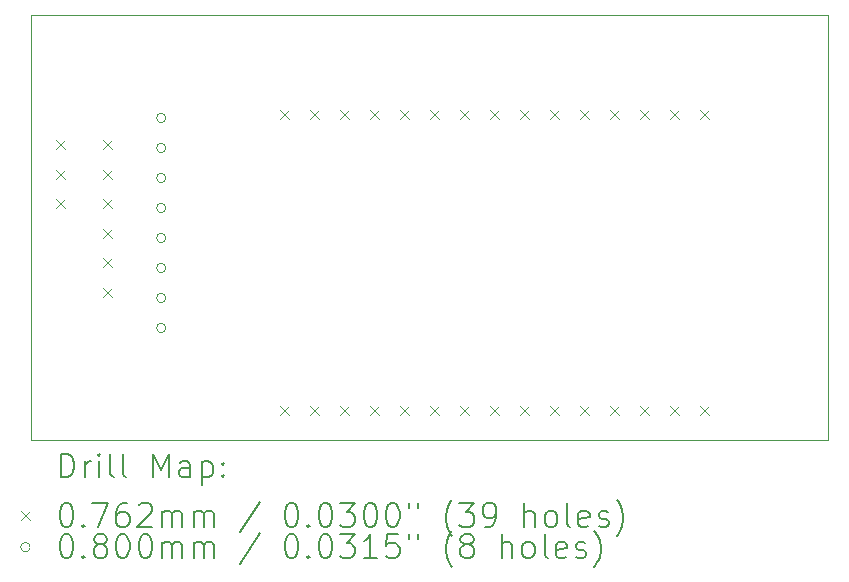
<source format=gbr>
%TF.GenerationSoftware,KiCad,Pcbnew,7.0.8*%
%TF.CreationDate,2023-11-10T17:38:27-07:00*%
%TF.ProjectId,longmon-hatt,6c6f6e67-6d6f-46e2-9d68-6174742e6b69,rev?*%
%TF.SameCoordinates,Original*%
%TF.FileFunction,Drillmap*%
%TF.FilePolarity,Positive*%
%FSLAX45Y45*%
G04 Gerber Fmt 4.5, Leading zero omitted, Abs format (unit mm)*
G04 Created by KiCad (PCBNEW 7.0.8) date 2023-11-10 17:38:27*
%MOMM*%
%LPD*%
G01*
G04 APERTURE LIST*
%ADD10C,0.100000*%
%ADD11C,0.200000*%
%ADD12C,0.076200*%
%ADD13C,0.080000*%
G04 APERTURE END LIST*
D10*
X12850000Y-7900000D02*
X19600000Y-7900000D01*
X19600000Y-11500000D01*
X12850000Y-11500000D01*
X12850000Y-7900000D01*
D11*
D12*
X13061900Y-8961900D02*
X13138100Y-9038100D01*
X13138100Y-8961900D02*
X13061900Y-9038100D01*
X13061900Y-9211900D02*
X13138100Y-9288100D01*
X13138100Y-9211900D02*
X13061900Y-9288100D01*
X13061900Y-9461900D02*
X13138100Y-9538100D01*
X13138100Y-9461900D02*
X13061900Y-9538100D01*
X13461900Y-8961900D02*
X13538100Y-9038100D01*
X13538100Y-8961900D02*
X13461900Y-9038100D01*
X13461900Y-9211900D02*
X13538100Y-9288100D01*
X13538100Y-9211900D02*
X13461900Y-9288100D01*
X13461900Y-9461900D02*
X13538100Y-9538100D01*
X13538100Y-9461900D02*
X13461900Y-9538100D01*
X13461900Y-9711900D02*
X13538100Y-9788100D01*
X13538100Y-9711900D02*
X13461900Y-9788100D01*
X13461900Y-9961900D02*
X13538100Y-10038100D01*
X13538100Y-9961900D02*
X13461900Y-10038100D01*
X13461900Y-10211900D02*
X13538100Y-10288100D01*
X13538100Y-10211900D02*
X13461900Y-10288100D01*
X14961900Y-8711900D02*
X15038100Y-8788100D01*
X15038100Y-8711900D02*
X14961900Y-8788100D01*
X14961900Y-11211900D02*
X15038100Y-11288100D01*
X15038100Y-11211900D02*
X14961900Y-11288100D01*
X15215900Y-8711900D02*
X15292100Y-8788100D01*
X15292100Y-8711900D02*
X15215900Y-8788100D01*
X15215900Y-11211900D02*
X15292100Y-11288100D01*
X15292100Y-11211900D02*
X15215900Y-11288100D01*
X15469900Y-8711900D02*
X15546100Y-8788100D01*
X15546100Y-8711900D02*
X15469900Y-8788100D01*
X15469900Y-11211900D02*
X15546100Y-11288100D01*
X15546100Y-11211900D02*
X15469900Y-11288100D01*
X15723900Y-8711900D02*
X15800100Y-8788100D01*
X15800100Y-8711900D02*
X15723900Y-8788100D01*
X15723900Y-11211900D02*
X15800100Y-11288100D01*
X15800100Y-11211900D02*
X15723900Y-11288100D01*
X15977900Y-8711900D02*
X16054100Y-8788100D01*
X16054100Y-8711900D02*
X15977900Y-8788100D01*
X15977900Y-11211900D02*
X16054100Y-11288100D01*
X16054100Y-11211900D02*
X15977900Y-11288100D01*
X16231900Y-8711900D02*
X16308100Y-8788100D01*
X16308100Y-8711900D02*
X16231900Y-8788100D01*
X16231900Y-11211900D02*
X16308100Y-11288100D01*
X16308100Y-11211900D02*
X16231900Y-11288100D01*
X16485900Y-8711900D02*
X16562100Y-8788100D01*
X16562100Y-8711900D02*
X16485900Y-8788100D01*
X16485900Y-11211900D02*
X16562100Y-11288100D01*
X16562100Y-11211900D02*
X16485900Y-11288100D01*
X16739900Y-8711900D02*
X16816100Y-8788100D01*
X16816100Y-8711900D02*
X16739900Y-8788100D01*
X16739900Y-11211900D02*
X16816100Y-11288100D01*
X16816100Y-11211900D02*
X16739900Y-11288100D01*
X16993900Y-8711900D02*
X17070100Y-8788100D01*
X17070100Y-8711900D02*
X16993900Y-8788100D01*
X16993900Y-11211900D02*
X17070100Y-11288100D01*
X17070100Y-11211900D02*
X16993900Y-11288100D01*
X17247900Y-8711900D02*
X17324100Y-8788100D01*
X17324100Y-8711900D02*
X17247900Y-8788100D01*
X17247900Y-11211900D02*
X17324100Y-11288100D01*
X17324100Y-11211900D02*
X17247900Y-11288100D01*
X17501900Y-8711900D02*
X17578100Y-8788100D01*
X17578100Y-8711900D02*
X17501900Y-8788100D01*
X17501900Y-11211900D02*
X17578100Y-11288100D01*
X17578100Y-11211900D02*
X17501900Y-11288100D01*
X17755900Y-8711900D02*
X17832100Y-8788100D01*
X17832100Y-8711900D02*
X17755900Y-8788100D01*
X17755900Y-11211900D02*
X17832100Y-11288100D01*
X17832100Y-11211900D02*
X17755900Y-11288100D01*
X18009900Y-8711900D02*
X18086100Y-8788100D01*
X18086100Y-8711900D02*
X18009900Y-8788100D01*
X18009900Y-11211900D02*
X18086100Y-11288100D01*
X18086100Y-11211900D02*
X18009900Y-11288100D01*
X18263900Y-8711900D02*
X18340100Y-8788100D01*
X18340100Y-8711900D02*
X18263900Y-8788100D01*
X18263900Y-11211900D02*
X18340100Y-11288100D01*
X18340100Y-11211900D02*
X18263900Y-11288100D01*
X18517900Y-8711900D02*
X18594100Y-8788100D01*
X18594100Y-8711900D02*
X18517900Y-8788100D01*
X18517900Y-11211900D02*
X18594100Y-11288100D01*
X18594100Y-11211900D02*
X18517900Y-11288100D01*
D13*
X13995000Y-8775000D02*
G75*
G03*
X13995000Y-8775000I-40000J0D01*
G01*
X13995000Y-9029000D02*
G75*
G03*
X13995000Y-9029000I-40000J0D01*
G01*
X13995000Y-9283000D02*
G75*
G03*
X13995000Y-9283000I-40000J0D01*
G01*
X13995000Y-9537000D02*
G75*
G03*
X13995000Y-9537000I-40000J0D01*
G01*
X13995000Y-9791000D02*
G75*
G03*
X13995000Y-9791000I-40000J0D01*
G01*
X13995000Y-10045000D02*
G75*
G03*
X13995000Y-10045000I-40000J0D01*
G01*
X13995000Y-10299000D02*
G75*
G03*
X13995000Y-10299000I-40000J0D01*
G01*
X13995000Y-10553000D02*
G75*
G03*
X13995000Y-10553000I-40000J0D01*
G01*
D11*
X13105777Y-11816484D02*
X13105777Y-11616484D01*
X13105777Y-11616484D02*
X13153396Y-11616484D01*
X13153396Y-11616484D02*
X13181967Y-11626008D01*
X13181967Y-11626008D02*
X13201015Y-11645055D01*
X13201015Y-11645055D02*
X13210539Y-11664103D01*
X13210539Y-11664103D02*
X13220062Y-11702198D01*
X13220062Y-11702198D02*
X13220062Y-11730769D01*
X13220062Y-11730769D02*
X13210539Y-11768865D01*
X13210539Y-11768865D02*
X13201015Y-11787912D01*
X13201015Y-11787912D02*
X13181967Y-11806960D01*
X13181967Y-11806960D02*
X13153396Y-11816484D01*
X13153396Y-11816484D02*
X13105777Y-11816484D01*
X13305777Y-11816484D02*
X13305777Y-11683150D01*
X13305777Y-11721246D02*
X13315301Y-11702198D01*
X13315301Y-11702198D02*
X13324824Y-11692674D01*
X13324824Y-11692674D02*
X13343872Y-11683150D01*
X13343872Y-11683150D02*
X13362920Y-11683150D01*
X13429586Y-11816484D02*
X13429586Y-11683150D01*
X13429586Y-11616484D02*
X13420062Y-11626008D01*
X13420062Y-11626008D02*
X13429586Y-11635531D01*
X13429586Y-11635531D02*
X13439110Y-11626008D01*
X13439110Y-11626008D02*
X13429586Y-11616484D01*
X13429586Y-11616484D02*
X13429586Y-11635531D01*
X13553396Y-11816484D02*
X13534348Y-11806960D01*
X13534348Y-11806960D02*
X13524824Y-11787912D01*
X13524824Y-11787912D02*
X13524824Y-11616484D01*
X13658158Y-11816484D02*
X13639110Y-11806960D01*
X13639110Y-11806960D02*
X13629586Y-11787912D01*
X13629586Y-11787912D02*
X13629586Y-11616484D01*
X13886729Y-11816484D02*
X13886729Y-11616484D01*
X13886729Y-11616484D02*
X13953396Y-11759341D01*
X13953396Y-11759341D02*
X14020062Y-11616484D01*
X14020062Y-11616484D02*
X14020062Y-11816484D01*
X14201015Y-11816484D02*
X14201015Y-11711722D01*
X14201015Y-11711722D02*
X14191491Y-11692674D01*
X14191491Y-11692674D02*
X14172443Y-11683150D01*
X14172443Y-11683150D02*
X14134348Y-11683150D01*
X14134348Y-11683150D02*
X14115301Y-11692674D01*
X14201015Y-11806960D02*
X14181967Y-11816484D01*
X14181967Y-11816484D02*
X14134348Y-11816484D01*
X14134348Y-11816484D02*
X14115301Y-11806960D01*
X14115301Y-11806960D02*
X14105777Y-11787912D01*
X14105777Y-11787912D02*
X14105777Y-11768865D01*
X14105777Y-11768865D02*
X14115301Y-11749817D01*
X14115301Y-11749817D02*
X14134348Y-11740293D01*
X14134348Y-11740293D02*
X14181967Y-11740293D01*
X14181967Y-11740293D02*
X14201015Y-11730769D01*
X14296253Y-11683150D02*
X14296253Y-11883150D01*
X14296253Y-11692674D02*
X14315301Y-11683150D01*
X14315301Y-11683150D02*
X14353396Y-11683150D01*
X14353396Y-11683150D02*
X14372443Y-11692674D01*
X14372443Y-11692674D02*
X14381967Y-11702198D01*
X14381967Y-11702198D02*
X14391491Y-11721246D01*
X14391491Y-11721246D02*
X14391491Y-11778388D01*
X14391491Y-11778388D02*
X14381967Y-11797436D01*
X14381967Y-11797436D02*
X14372443Y-11806960D01*
X14372443Y-11806960D02*
X14353396Y-11816484D01*
X14353396Y-11816484D02*
X14315301Y-11816484D01*
X14315301Y-11816484D02*
X14296253Y-11806960D01*
X14477205Y-11797436D02*
X14486729Y-11806960D01*
X14486729Y-11806960D02*
X14477205Y-11816484D01*
X14477205Y-11816484D02*
X14467682Y-11806960D01*
X14467682Y-11806960D02*
X14477205Y-11797436D01*
X14477205Y-11797436D02*
X14477205Y-11816484D01*
X14477205Y-11692674D02*
X14486729Y-11702198D01*
X14486729Y-11702198D02*
X14477205Y-11711722D01*
X14477205Y-11711722D02*
X14467682Y-11702198D01*
X14467682Y-11702198D02*
X14477205Y-11692674D01*
X14477205Y-11692674D02*
X14477205Y-11711722D01*
D12*
X12768800Y-12106900D02*
X12845000Y-12183100D01*
X12845000Y-12106900D02*
X12768800Y-12183100D01*
D11*
X13143872Y-12036484D02*
X13162920Y-12036484D01*
X13162920Y-12036484D02*
X13181967Y-12046008D01*
X13181967Y-12046008D02*
X13191491Y-12055531D01*
X13191491Y-12055531D02*
X13201015Y-12074579D01*
X13201015Y-12074579D02*
X13210539Y-12112674D01*
X13210539Y-12112674D02*
X13210539Y-12160293D01*
X13210539Y-12160293D02*
X13201015Y-12198388D01*
X13201015Y-12198388D02*
X13191491Y-12217436D01*
X13191491Y-12217436D02*
X13181967Y-12226960D01*
X13181967Y-12226960D02*
X13162920Y-12236484D01*
X13162920Y-12236484D02*
X13143872Y-12236484D01*
X13143872Y-12236484D02*
X13124824Y-12226960D01*
X13124824Y-12226960D02*
X13115301Y-12217436D01*
X13115301Y-12217436D02*
X13105777Y-12198388D01*
X13105777Y-12198388D02*
X13096253Y-12160293D01*
X13096253Y-12160293D02*
X13096253Y-12112674D01*
X13096253Y-12112674D02*
X13105777Y-12074579D01*
X13105777Y-12074579D02*
X13115301Y-12055531D01*
X13115301Y-12055531D02*
X13124824Y-12046008D01*
X13124824Y-12046008D02*
X13143872Y-12036484D01*
X13296253Y-12217436D02*
X13305777Y-12226960D01*
X13305777Y-12226960D02*
X13296253Y-12236484D01*
X13296253Y-12236484D02*
X13286729Y-12226960D01*
X13286729Y-12226960D02*
X13296253Y-12217436D01*
X13296253Y-12217436D02*
X13296253Y-12236484D01*
X13372443Y-12036484D02*
X13505777Y-12036484D01*
X13505777Y-12036484D02*
X13420062Y-12236484D01*
X13667682Y-12036484D02*
X13629586Y-12036484D01*
X13629586Y-12036484D02*
X13610539Y-12046008D01*
X13610539Y-12046008D02*
X13601015Y-12055531D01*
X13601015Y-12055531D02*
X13581967Y-12084103D01*
X13581967Y-12084103D02*
X13572443Y-12122198D01*
X13572443Y-12122198D02*
X13572443Y-12198388D01*
X13572443Y-12198388D02*
X13581967Y-12217436D01*
X13581967Y-12217436D02*
X13591491Y-12226960D01*
X13591491Y-12226960D02*
X13610539Y-12236484D01*
X13610539Y-12236484D02*
X13648634Y-12236484D01*
X13648634Y-12236484D02*
X13667682Y-12226960D01*
X13667682Y-12226960D02*
X13677205Y-12217436D01*
X13677205Y-12217436D02*
X13686729Y-12198388D01*
X13686729Y-12198388D02*
X13686729Y-12150769D01*
X13686729Y-12150769D02*
X13677205Y-12131722D01*
X13677205Y-12131722D02*
X13667682Y-12122198D01*
X13667682Y-12122198D02*
X13648634Y-12112674D01*
X13648634Y-12112674D02*
X13610539Y-12112674D01*
X13610539Y-12112674D02*
X13591491Y-12122198D01*
X13591491Y-12122198D02*
X13581967Y-12131722D01*
X13581967Y-12131722D02*
X13572443Y-12150769D01*
X13762920Y-12055531D02*
X13772443Y-12046008D01*
X13772443Y-12046008D02*
X13791491Y-12036484D01*
X13791491Y-12036484D02*
X13839110Y-12036484D01*
X13839110Y-12036484D02*
X13858158Y-12046008D01*
X13858158Y-12046008D02*
X13867682Y-12055531D01*
X13867682Y-12055531D02*
X13877205Y-12074579D01*
X13877205Y-12074579D02*
X13877205Y-12093627D01*
X13877205Y-12093627D02*
X13867682Y-12122198D01*
X13867682Y-12122198D02*
X13753396Y-12236484D01*
X13753396Y-12236484D02*
X13877205Y-12236484D01*
X13962920Y-12236484D02*
X13962920Y-12103150D01*
X13962920Y-12122198D02*
X13972443Y-12112674D01*
X13972443Y-12112674D02*
X13991491Y-12103150D01*
X13991491Y-12103150D02*
X14020063Y-12103150D01*
X14020063Y-12103150D02*
X14039110Y-12112674D01*
X14039110Y-12112674D02*
X14048634Y-12131722D01*
X14048634Y-12131722D02*
X14048634Y-12236484D01*
X14048634Y-12131722D02*
X14058158Y-12112674D01*
X14058158Y-12112674D02*
X14077205Y-12103150D01*
X14077205Y-12103150D02*
X14105777Y-12103150D01*
X14105777Y-12103150D02*
X14124824Y-12112674D01*
X14124824Y-12112674D02*
X14134348Y-12131722D01*
X14134348Y-12131722D02*
X14134348Y-12236484D01*
X14229586Y-12236484D02*
X14229586Y-12103150D01*
X14229586Y-12122198D02*
X14239110Y-12112674D01*
X14239110Y-12112674D02*
X14258158Y-12103150D01*
X14258158Y-12103150D02*
X14286729Y-12103150D01*
X14286729Y-12103150D02*
X14305777Y-12112674D01*
X14305777Y-12112674D02*
X14315301Y-12131722D01*
X14315301Y-12131722D02*
X14315301Y-12236484D01*
X14315301Y-12131722D02*
X14324824Y-12112674D01*
X14324824Y-12112674D02*
X14343872Y-12103150D01*
X14343872Y-12103150D02*
X14372443Y-12103150D01*
X14372443Y-12103150D02*
X14391491Y-12112674D01*
X14391491Y-12112674D02*
X14401015Y-12131722D01*
X14401015Y-12131722D02*
X14401015Y-12236484D01*
X14791491Y-12026960D02*
X14620063Y-12284103D01*
X15048634Y-12036484D02*
X15067682Y-12036484D01*
X15067682Y-12036484D02*
X15086729Y-12046008D01*
X15086729Y-12046008D02*
X15096253Y-12055531D01*
X15096253Y-12055531D02*
X15105777Y-12074579D01*
X15105777Y-12074579D02*
X15115301Y-12112674D01*
X15115301Y-12112674D02*
X15115301Y-12160293D01*
X15115301Y-12160293D02*
X15105777Y-12198388D01*
X15105777Y-12198388D02*
X15096253Y-12217436D01*
X15096253Y-12217436D02*
X15086729Y-12226960D01*
X15086729Y-12226960D02*
X15067682Y-12236484D01*
X15067682Y-12236484D02*
X15048634Y-12236484D01*
X15048634Y-12236484D02*
X15029586Y-12226960D01*
X15029586Y-12226960D02*
X15020063Y-12217436D01*
X15020063Y-12217436D02*
X15010539Y-12198388D01*
X15010539Y-12198388D02*
X15001015Y-12160293D01*
X15001015Y-12160293D02*
X15001015Y-12112674D01*
X15001015Y-12112674D02*
X15010539Y-12074579D01*
X15010539Y-12074579D02*
X15020063Y-12055531D01*
X15020063Y-12055531D02*
X15029586Y-12046008D01*
X15029586Y-12046008D02*
X15048634Y-12036484D01*
X15201015Y-12217436D02*
X15210539Y-12226960D01*
X15210539Y-12226960D02*
X15201015Y-12236484D01*
X15201015Y-12236484D02*
X15191491Y-12226960D01*
X15191491Y-12226960D02*
X15201015Y-12217436D01*
X15201015Y-12217436D02*
X15201015Y-12236484D01*
X15334348Y-12036484D02*
X15353396Y-12036484D01*
X15353396Y-12036484D02*
X15372444Y-12046008D01*
X15372444Y-12046008D02*
X15381967Y-12055531D01*
X15381967Y-12055531D02*
X15391491Y-12074579D01*
X15391491Y-12074579D02*
X15401015Y-12112674D01*
X15401015Y-12112674D02*
X15401015Y-12160293D01*
X15401015Y-12160293D02*
X15391491Y-12198388D01*
X15391491Y-12198388D02*
X15381967Y-12217436D01*
X15381967Y-12217436D02*
X15372444Y-12226960D01*
X15372444Y-12226960D02*
X15353396Y-12236484D01*
X15353396Y-12236484D02*
X15334348Y-12236484D01*
X15334348Y-12236484D02*
X15315301Y-12226960D01*
X15315301Y-12226960D02*
X15305777Y-12217436D01*
X15305777Y-12217436D02*
X15296253Y-12198388D01*
X15296253Y-12198388D02*
X15286729Y-12160293D01*
X15286729Y-12160293D02*
X15286729Y-12112674D01*
X15286729Y-12112674D02*
X15296253Y-12074579D01*
X15296253Y-12074579D02*
X15305777Y-12055531D01*
X15305777Y-12055531D02*
X15315301Y-12046008D01*
X15315301Y-12046008D02*
X15334348Y-12036484D01*
X15467682Y-12036484D02*
X15591491Y-12036484D01*
X15591491Y-12036484D02*
X15524825Y-12112674D01*
X15524825Y-12112674D02*
X15553396Y-12112674D01*
X15553396Y-12112674D02*
X15572444Y-12122198D01*
X15572444Y-12122198D02*
X15581967Y-12131722D01*
X15581967Y-12131722D02*
X15591491Y-12150769D01*
X15591491Y-12150769D02*
X15591491Y-12198388D01*
X15591491Y-12198388D02*
X15581967Y-12217436D01*
X15581967Y-12217436D02*
X15572444Y-12226960D01*
X15572444Y-12226960D02*
X15553396Y-12236484D01*
X15553396Y-12236484D02*
X15496253Y-12236484D01*
X15496253Y-12236484D02*
X15477206Y-12226960D01*
X15477206Y-12226960D02*
X15467682Y-12217436D01*
X15715301Y-12036484D02*
X15734348Y-12036484D01*
X15734348Y-12036484D02*
X15753396Y-12046008D01*
X15753396Y-12046008D02*
X15762920Y-12055531D01*
X15762920Y-12055531D02*
X15772444Y-12074579D01*
X15772444Y-12074579D02*
X15781967Y-12112674D01*
X15781967Y-12112674D02*
X15781967Y-12160293D01*
X15781967Y-12160293D02*
X15772444Y-12198388D01*
X15772444Y-12198388D02*
X15762920Y-12217436D01*
X15762920Y-12217436D02*
X15753396Y-12226960D01*
X15753396Y-12226960D02*
X15734348Y-12236484D01*
X15734348Y-12236484D02*
X15715301Y-12236484D01*
X15715301Y-12236484D02*
X15696253Y-12226960D01*
X15696253Y-12226960D02*
X15686729Y-12217436D01*
X15686729Y-12217436D02*
X15677206Y-12198388D01*
X15677206Y-12198388D02*
X15667682Y-12160293D01*
X15667682Y-12160293D02*
X15667682Y-12112674D01*
X15667682Y-12112674D02*
X15677206Y-12074579D01*
X15677206Y-12074579D02*
X15686729Y-12055531D01*
X15686729Y-12055531D02*
X15696253Y-12046008D01*
X15696253Y-12046008D02*
X15715301Y-12036484D01*
X15905777Y-12036484D02*
X15924825Y-12036484D01*
X15924825Y-12036484D02*
X15943872Y-12046008D01*
X15943872Y-12046008D02*
X15953396Y-12055531D01*
X15953396Y-12055531D02*
X15962920Y-12074579D01*
X15962920Y-12074579D02*
X15972444Y-12112674D01*
X15972444Y-12112674D02*
X15972444Y-12160293D01*
X15972444Y-12160293D02*
X15962920Y-12198388D01*
X15962920Y-12198388D02*
X15953396Y-12217436D01*
X15953396Y-12217436D02*
X15943872Y-12226960D01*
X15943872Y-12226960D02*
X15924825Y-12236484D01*
X15924825Y-12236484D02*
X15905777Y-12236484D01*
X15905777Y-12236484D02*
X15886729Y-12226960D01*
X15886729Y-12226960D02*
X15877206Y-12217436D01*
X15877206Y-12217436D02*
X15867682Y-12198388D01*
X15867682Y-12198388D02*
X15858158Y-12160293D01*
X15858158Y-12160293D02*
X15858158Y-12112674D01*
X15858158Y-12112674D02*
X15867682Y-12074579D01*
X15867682Y-12074579D02*
X15877206Y-12055531D01*
X15877206Y-12055531D02*
X15886729Y-12046008D01*
X15886729Y-12046008D02*
X15905777Y-12036484D01*
X16048634Y-12036484D02*
X16048634Y-12074579D01*
X16124825Y-12036484D02*
X16124825Y-12074579D01*
X16420063Y-12312674D02*
X16410539Y-12303150D01*
X16410539Y-12303150D02*
X16391491Y-12274579D01*
X16391491Y-12274579D02*
X16381968Y-12255531D01*
X16381968Y-12255531D02*
X16372444Y-12226960D01*
X16372444Y-12226960D02*
X16362920Y-12179341D01*
X16362920Y-12179341D02*
X16362920Y-12141246D01*
X16362920Y-12141246D02*
X16372444Y-12093627D01*
X16372444Y-12093627D02*
X16381968Y-12065055D01*
X16381968Y-12065055D02*
X16391491Y-12046008D01*
X16391491Y-12046008D02*
X16410539Y-12017436D01*
X16410539Y-12017436D02*
X16420063Y-12007912D01*
X16477206Y-12036484D02*
X16601015Y-12036484D01*
X16601015Y-12036484D02*
X16534348Y-12112674D01*
X16534348Y-12112674D02*
X16562920Y-12112674D01*
X16562920Y-12112674D02*
X16581968Y-12122198D01*
X16581968Y-12122198D02*
X16591491Y-12131722D01*
X16591491Y-12131722D02*
X16601015Y-12150769D01*
X16601015Y-12150769D02*
X16601015Y-12198388D01*
X16601015Y-12198388D02*
X16591491Y-12217436D01*
X16591491Y-12217436D02*
X16581968Y-12226960D01*
X16581968Y-12226960D02*
X16562920Y-12236484D01*
X16562920Y-12236484D02*
X16505777Y-12236484D01*
X16505777Y-12236484D02*
X16486729Y-12226960D01*
X16486729Y-12226960D02*
X16477206Y-12217436D01*
X16696253Y-12236484D02*
X16734348Y-12236484D01*
X16734348Y-12236484D02*
X16753396Y-12226960D01*
X16753396Y-12226960D02*
X16762920Y-12217436D01*
X16762920Y-12217436D02*
X16781968Y-12188865D01*
X16781968Y-12188865D02*
X16791491Y-12150769D01*
X16791491Y-12150769D02*
X16791491Y-12074579D01*
X16791491Y-12074579D02*
X16781968Y-12055531D01*
X16781968Y-12055531D02*
X16772444Y-12046008D01*
X16772444Y-12046008D02*
X16753396Y-12036484D01*
X16753396Y-12036484D02*
X16715301Y-12036484D01*
X16715301Y-12036484D02*
X16696253Y-12046008D01*
X16696253Y-12046008D02*
X16686729Y-12055531D01*
X16686729Y-12055531D02*
X16677206Y-12074579D01*
X16677206Y-12074579D02*
X16677206Y-12122198D01*
X16677206Y-12122198D02*
X16686729Y-12141246D01*
X16686729Y-12141246D02*
X16696253Y-12150769D01*
X16696253Y-12150769D02*
X16715301Y-12160293D01*
X16715301Y-12160293D02*
X16753396Y-12160293D01*
X16753396Y-12160293D02*
X16772444Y-12150769D01*
X16772444Y-12150769D02*
X16781968Y-12141246D01*
X16781968Y-12141246D02*
X16791491Y-12122198D01*
X17029587Y-12236484D02*
X17029587Y-12036484D01*
X17115301Y-12236484D02*
X17115301Y-12131722D01*
X17115301Y-12131722D02*
X17105777Y-12112674D01*
X17105777Y-12112674D02*
X17086730Y-12103150D01*
X17086730Y-12103150D02*
X17058158Y-12103150D01*
X17058158Y-12103150D02*
X17039111Y-12112674D01*
X17039111Y-12112674D02*
X17029587Y-12122198D01*
X17239111Y-12236484D02*
X17220063Y-12226960D01*
X17220063Y-12226960D02*
X17210539Y-12217436D01*
X17210539Y-12217436D02*
X17201015Y-12198388D01*
X17201015Y-12198388D02*
X17201015Y-12141246D01*
X17201015Y-12141246D02*
X17210539Y-12122198D01*
X17210539Y-12122198D02*
X17220063Y-12112674D01*
X17220063Y-12112674D02*
X17239111Y-12103150D01*
X17239111Y-12103150D02*
X17267682Y-12103150D01*
X17267682Y-12103150D02*
X17286730Y-12112674D01*
X17286730Y-12112674D02*
X17296253Y-12122198D01*
X17296253Y-12122198D02*
X17305777Y-12141246D01*
X17305777Y-12141246D02*
X17305777Y-12198388D01*
X17305777Y-12198388D02*
X17296253Y-12217436D01*
X17296253Y-12217436D02*
X17286730Y-12226960D01*
X17286730Y-12226960D02*
X17267682Y-12236484D01*
X17267682Y-12236484D02*
X17239111Y-12236484D01*
X17420063Y-12236484D02*
X17401015Y-12226960D01*
X17401015Y-12226960D02*
X17391492Y-12207912D01*
X17391492Y-12207912D02*
X17391492Y-12036484D01*
X17572444Y-12226960D02*
X17553396Y-12236484D01*
X17553396Y-12236484D02*
X17515301Y-12236484D01*
X17515301Y-12236484D02*
X17496253Y-12226960D01*
X17496253Y-12226960D02*
X17486730Y-12207912D01*
X17486730Y-12207912D02*
X17486730Y-12131722D01*
X17486730Y-12131722D02*
X17496253Y-12112674D01*
X17496253Y-12112674D02*
X17515301Y-12103150D01*
X17515301Y-12103150D02*
X17553396Y-12103150D01*
X17553396Y-12103150D02*
X17572444Y-12112674D01*
X17572444Y-12112674D02*
X17581968Y-12131722D01*
X17581968Y-12131722D02*
X17581968Y-12150769D01*
X17581968Y-12150769D02*
X17486730Y-12169817D01*
X17658158Y-12226960D02*
X17677206Y-12236484D01*
X17677206Y-12236484D02*
X17715301Y-12236484D01*
X17715301Y-12236484D02*
X17734349Y-12226960D01*
X17734349Y-12226960D02*
X17743873Y-12207912D01*
X17743873Y-12207912D02*
X17743873Y-12198388D01*
X17743873Y-12198388D02*
X17734349Y-12179341D01*
X17734349Y-12179341D02*
X17715301Y-12169817D01*
X17715301Y-12169817D02*
X17686730Y-12169817D01*
X17686730Y-12169817D02*
X17667682Y-12160293D01*
X17667682Y-12160293D02*
X17658158Y-12141246D01*
X17658158Y-12141246D02*
X17658158Y-12131722D01*
X17658158Y-12131722D02*
X17667682Y-12112674D01*
X17667682Y-12112674D02*
X17686730Y-12103150D01*
X17686730Y-12103150D02*
X17715301Y-12103150D01*
X17715301Y-12103150D02*
X17734349Y-12112674D01*
X17810539Y-12312674D02*
X17820063Y-12303150D01*
X17820063Y-12303150D02*
X17839111Y-12274579D01*
X17839111Y-12274579D02*
X17848634Y-12255531D01*
X17848634Y-12255531D02*
X17858158Y-12226960D01*
X17858158Y-12226960D02*
X17867682Y-12179341D01*
X17867682Y-12179341D02*
X17867682Y-12141246D01*
X17867682Y-12141246D02*
X17858158Y-12093627D01*
X17858158Y-12093627D02*
X17848634Y-12065055D01*
X17848634Y-12065055D02*
X17839111Y-12046008D01*
X17839111Y-12046008D02*
X17820063Y-12017436D01*
X17820063Y-12017436D02*
X17810539Y-12007912D01*
D13*
X12845000Y-12409000D02*
G75*
G03*
X12845000Y-12409000I-40000J0D01*
G01*
D11*
X13143872Y-12300484D02*
X13162920Y-12300484D01*
X13162920Y-12300484D02*
X13181967Y-12310008D01*
X13181967Y-12310008D02*
X13191491Y-12319531D01*
X13191491Y-12319531D02*
X13201015Y-12338579D01*
X13201015Y-12338579D02*
X13210539Y-12376674D01*
X13210539Y-12376674D02*
X13210539Y-12424293D01*
X13210539Y-12424293D02*
X13201015Y-12462388D01*
X13201015Y-12462388D02*
X13191491Y-12481436D01*
X13191491Y-12481436D02*
X13181967Y-12490960D01*
X13181967Y-12490960D02*
X13162920Y-12500484D01*
X13162920Y-12500484D02*
X13143872Y-12500484D01*
X13143872Y-12500484D02*
X13124824Y-12490960D01*
X13124824Y-12490960D02*
X13115301Y-12481436D01*
X13115301Y-12481436D02*
X13105777Y-12462388D01*
X13105777Y-12462388D02*
X13096253Y-12424293D01*
X13096253Y-12424293D02*
X13096253Y-12376674D01*
X13096253Y-12376674D02*
X13105777Y-12338579D01*
X13105777Y-12338579D02*
X13115301Y-12319531D01*
X13115301Y-12319531D02*
X13124824Y-12310008D01*
X13124824Y-12310008D02*
X13143872Y-12300484D01*
X13296253Y-12481436D02*
X13305777Y-12490960D01*
X13305777Y-12490960D02*
X13296253Y-12500484D01*
X13296253Y-12500484D02*
X13286729Y-12490960D01*
X13286729Y-12490960D02*
X13296253Y-12481436D01*
X13296253Y-12481436D02*
X13296253Y-12500484D01*
X13420062Y-12386198D02*
X13401015Y-12376674D01*
X13401015Y-12376674D02*
X13391491Y-12367150D01*
X13391491Y-12367150D02*
X13381967Y-12348103D01*
X13381967Y-12348103D02*
X13381967Y-12338579D01*
X13381967Y-12338579D02*
X13391491Y-12319531D01*
X13391491Y-12319531D02*
X13401015Y-12310008D01*
X13401015Y-12310008D02*
X13420062Y-12300484D01*
X13420062Y-12300484D02*
X13458158Y-12300484D01*
X13458158Y-12300484D02*
X13477205Y-12310008D01*
X13477205Y-12310008D02*
X13486729Y-12319531D01*
X13486729Y-12319531D02*
X13496253Y-12338579D01*
X13496253Y-12338579D02*
X13496253Y-12348103D01*
X13496253Y-12348103D02*
X13486729Y-12367150D01*
X13486729Y-12367150D02*
X13477205Y-12376674D01*
X13477205Y-12376674D02*
X13458158Y-12386198D01*
X13458158Y-12386198D02*
X13420062Y-12386198D01*
X13420062Y-12386198D02*
X13401015Y-12395722D01*
X13401015Y-12395722D02*
X13391491Y-12405246D01*
X13391491Y-12405246D02*
X13381967Y-12424293D01*
X13381967Y-12424293D02*
X13381967Y-12462388D01*
X13381967Y-12462388D02*
X13391491Y-12481436D01*
X13391491Y-12481436D02*
X13401015Y-12490960D01*
X13401015Y-12490960D02*
X13420062Y-12500484D01*
X13420062Y-12500484D02*
X13458158Y-12500484D01*
X13458158Y-12500484D02*
X13477205Y-12490960D01*
X13477205Y-12490960D02*
X13486729Y-12481436D01*
X13486729Y-12481436D02*
X13496253Y-12462388D01*
X13496253Y-12462388D02*
X13496253Y-12424293D01*
X13496253Y-12424293D02*
X13486729Y-12405246D01*
X13486729Y-12405246D02*
X13477205Y-12395722D01*
X13477205Y-12395722D02*
X13458158Y-12386198D01*
X13620062Y-12300484D02*
X13639110Y-12300484D01*
X13639110Y-12300484D02*
X13658158Y-12310008D01*
X13658158Y-12310008D02*
X13667682Y-12319531D01*
X13667682Y-12319531D02*
X13677205Y-12338579D01*
X13677205Y-12338579D02*
X13686729Y-12376674D01*
X13686729Y-12376674D02*
X13686729Y-12424293D01*
X13686729Y-12424293D02*
X13677205Y-12462388D01*
X13677205Y-12462388D02*
X13667682Y-12481436D01*
X13667682Y-12481436D02*
X13658158Y-12490960D01*
X13658158Y-12490960D02*
X13639110Y-12500484D01*
X13639110Y-12500484D02*
X13620062Y-12500484D01*
X13620062Y-12500484D02*
X13601015Y-12490960D01*
X13601015Y-12490960D02*
X13591491Y-12481436D01*
X13591491Y-12481436D02*
X13581967Y-12462388D01*
X13581967Y-12462388D02*
X13572443Y-12424293D01*
X13572443Y-12424293D02*
X13572443Y-12376674D01*
X13572443Y-12376674D02*
X13581967Y-12338579D01*
X13581967Y-12338579D02*
X13591491Y-12319531D01*
X13591491Y-12319531D02*
X13601015Y-12310008D01*
X13601015Y-12310008D02*
X13620062Y-12300484D01*
X13810539Y-12300484D02*
X13829586Y-12300484D01*
X13829586Y-12300484D02*
X13848634Y-12310008D01*
X13848634Y-12310008D02*
X13858158Y-12319531D01*
X13858158Y-12319531D02*
X13867682Y-12338579D01*
X13867682Y-12338579D02*
X13877205Y-12376674D01*
X13877205Y-12376674D02*
X13877205Y-12424293D01*
X13877205Y-12424293D02*
X13867682Y-12462388D01*
X13867682Y-12462388D02*
X13858158Y-12481436D01*
X13858158Y-12481436D02*
X13848634Y-12490960D01*
X13848634Y-12490960D02*
X13829586Y-12500484D01*
X13829586Y-12500484D02*
X13810539Y-12500484D01*
X13810539Y-12500484D02*
X13791491Y-12490960D01*
X13791491Y-12490960D02*
X13781967Y-12481436D01*
X13781967Y-12481436D02*
X13772443Y-12462388D01*
X13772443Y-12462388D02*
X13762920Y-12424293D01*
X13762920Y-12424293D02*
X13762920Y-12376674D01*
X13762920Y-12376674D02*
X13772443Y-12338579D01*
X13772443Y-12338579D02*
X13781967Y-12319531D01*
X13781967Y-12319531D02*
X13791491Y-12310008D01*
X13791491Y-12310008D02*
X13810539Y-12300484D01*
X13962920Y-12500484D02*
X13962920Y-12367150D01*
X13962920Y-12386198D02*
X13972443Y-12376674D01*
X13972443Y-12376674D02*
X13991491Y-12367150D01*
X13991491Y-12367150D02*
X14020063Y-12367150D01*
X14020063Y-12367150D02*
X14039110Y-12376674D01*
X14039110Y-12376674D02*
X14048634Y-12395722D01*
X14048634Y-12395722D02*
X14048634Y-12500484D01*
X14048634Y-12395722D02*
X14058158Y-12376674D01*
X14058158Y-12376674D02*
X14077205Y-12367150D01*
X14077205Y-12367150D02*
X14105777Y-12367150D01*
X14105777Y-12367150D02*
X14124824Y-12376674D01*
X14124824Y-12376674D02*
X14134348Y-12395722D01*
X14134348Y-12395722D02*
X14134348Y-12500484D01*
X14229586Y-12500484D02*
X14229586Y-12367150D01*
X14229586Y-12386198D02*
X14239110Y-12376674D01*
X14239110Y-12376674D02*
X14258158Y-12367150D01*
X14258158Y-12367150D02*
X14286729Y-12367150D01*
X14286729Y-12367150D02*
X14305777Y-12376674D01*
X14305777Y-12376674D02*
X14315301Y-12395722D01*
X14315301Y-12395722D02*
X14315301Y-12500484D01*
X14315301Y-12395722D02*
X14324824Y-12376674D01*
X14324824Y-12376674D02*
X14343872Y-12367150D01*
X14343872Y-12367150D02*
X14372443Y-12367150D01*
X14372443Y-12367150D02*
X14391491Y-12376674D01*
X14391491Y-12376674D02*
X14401015Y-12395722D01*
X14401015Y-12395722D02*
X14401015Y-12500484D01*
X14791491Y-12290960D02*
X14620063Y-12548103D01*
X15048634Y-12300484D02*
X15067682Y-12300484D01*
X15067682Y-12300484D02*
X15086729Y-12310008D01*
X15086729Y-12310008D02*
X15096253Y-12319531D01*
X15096253Y-12319531D02*
X15105777Y-12338579D01*
X15105777Y-12338579D02*
X15115301Y-12376674D01*
X15115301Y-12376674D02*
X15115301Y-12424293D01*
X15115301Y-12424293D02*
X15105777Y-12462388D01*
X15105777Y-12462388D02*
X15096253Y-12481436D01*
X15096253Y-12481436D02*
X15086729Y-12490960D01*
X15086729Y-12490960D02*
X15067682Y-12500484D01*
X15067682Y-12500484D02*
X15048634Y-12500484D01*
X15048634Y-12500484D02*
X15029586Y-12490960D01*
X15029586Y-12490960D02*
X15020063Y-12481436D01*
X15020063Y-12481436D02*
X15010539Y-12462388D01*
X15010539Y-12462388D02*
X15001015Y-12424293D01*
X15001015Y-12424293D02*
X15001015Y-12376674D01*
X15001015Y-12376674D02*
X15010539Y-12338579D01*
X15010539Y-12338579D02*
X15020063Y-12319531D01*
X15020063Y-12319531D02*
X15029586Y-12310008D01*
X15029586Y-12310008D02*
X15048634Y-12300484D01*
X15201015Y-12481436D02*
X15210539Y-12490960D01*
X15210539Y-12490960D02*
X15201015Y-12500484D01*
X15201015Y-12500484D02*
X15191491Y-12490960D01*
X15191491Y-12490960D02*
X15201015Y-12481436D01*
X15201015Y-12481436D02*
X15201015Y-12500484D01*
X15334348Y-12300484D02*
X15353396Y-12300484D01*
X15353396Y-12300484D02*
X15372444Y-12310008D01*
X15372444Y-12310008D02*
X15381967Y-12319531D01*
X15381967Y-12319531D02*
X15391491Y-12338579D01*
X15391491Y-12338579D02*
X15401015Y-12376674D01*
X15401015Y-12376674D02*
X15401015Y-12424293D01*
X15401015Y-12424293D02*
X15391491Y-12462388D01*
X15391491Y-12462388D02*
X15381967Y-12481436D01*
X15381967Y-12481436D02*
X15372444Y-12490960D01*
X15372444Y-12490960D02*
X15353396Y-12500484D01*
X15353396Y-12500484D02*
X15334348Y-12500484D01*
X15334348Y-12500484D02*
X15315301Y-12490960D01*
X15315301Y-12490960D02*
X15305777Y-12481436D01*
X15305777Y-12481436D02*
X15296253Y-12462388D01*
X15296253Y-12462388D02*
X15286729Y-12424293D01*
X15286729Y-12424293D02*
X15286729Y-12376674D01*
X15286729Y-12376674D02*
X15296253Y-12338579D01*
X15296253Y-12338579D02*
X15305777Y-12319531D01*
X15305777Y-12319531D02*
X15315301Y-12310008D01*
X15315301Y-12310008D02*
X15334348Y-12300484D01*
X15467682Y-12300484D02*
X15591491Y-12300484D01*
X15591491Y-12300484D02*
X15524825Y-12376674D01*
X15524825Y-12376674D02*
X15553396Y-12376674D01*
X15553396Y-12376674D02*
X15572444Y-12386198D01*
X15572444Y-12386198D02*
X15581967Y-12395722D01*
X15581967Y-12395722D02*
X15591491Y-12414769D01*
X15591491Y-12414769D02*
X15591491Y-12462388D01*
X15591491Y-12462388D02*
X15581967Y-12481436D01*
X15581967Y-12481436D02*
X15572444Y-12490960D01*
X15572444Y-12490960D02*
X15553396Y-12500484D01*
X15553396Y-12500484D02*
X15496253Y-12500484D01*
X15496253Y-12500484D02*
X15477206Y-12490960D01*
X15477206Y-12490960D02*
X15467682Y-12481436D01*
X15781967Y-12500484D02*
X15667682Y-12500484D01*
X15724825Y-12500484D02*
X15724825Y-12300484D01*
X15724825Y-12300484D02*
X15705777Y-12329055D01*
X15705777Y-12329055D02*
X15686729Y-12348103D01*
X15686729Y-12348103D02*
X15667682Y-12357627D01*
X15962920Y-12300484D02*
X15867682Y-12300484D01*
X15867682Y-12300484D02*
X15858158Y-12395722D01*
X15858158Y-12395722D02*
X15867682Y-12386198D01*
X15867682Y-12386198D02*
X15886729Y-12376674D01*
X15886729Y-12376674D02*
X15934348Y-12376674D01*
X15934348Y-12376674D02*
X15953396Y-12386198D01*
X15953396Y-12386198D02*
X15962920Y-12395722D01*
X15962920Y-12395722D02*
X15972444Y-12414769D01*
X15972444Y-12414769D02*
X15972444Y-12462388D01*
X15972444Y-12462388D02*
X15962920Y-12481436D01*
X15962920Y-12481436D02*
X15953396Y-12490960D01*
X15953396Y-12490960D02*
X15934348Y-12500484D01*
X15934348Y-12500484D02*
X15886729Y-12500484D01*
X15886729Y-12500484D02*
X15867682Y-12490960D01*
X15867682Y-12490960D02*
X15858158Y-12481436D01*
X16048634Y-12300484D02*
X16048634Y-12338579D01*
X16124825Y-12300484D02*
X16124825Y-12338579D01*
X16420063Y-12576674D02*
X16410539Y-12567150D01*
X16410539Y-12567150D02*
X16391491Y-12538579D01*
X16391491Y-12538579D02*
X16381968Y-12519531D01*
X16381968Y-12519531D02*
X16372444Y-12490960D01*
X16372444Y-12490960D02*
X16362920Y-12443341D01*
X16362920Y-12443341D02*
X16362920Y-12405246D01*
X16362920Y-12405246D02*
X16372444Y-12357627D01*
X16372444Y-12357627D02*
X16381968Y-12329055D01*
X16381968Y-12329055D02*
X16391491Y-12310008D01*
X16391491Y-12310008D02*
X16410539Y-12281436D01*
X16410539Y-12281436D02*
X16420063Y-12271912D01*
X16524825Y-12386198D02*
X16505777Y-12376674D01*
X16505777Y-12376674D02*
X16496253Y-12367150D01*
X16496253Y-12367150D02*
X16486729Y-12348103D01*
X16486729Y-12348103D02*
X16486729Y-12338579D01*
X16486729Y-12338579D02*
X16496253Y-12319531D01*
X16496253Y-12319531D02*
X16505777Y-12310008D01*
X16505777Y-12310008D02*
X16524825Y-12300484D01*
X16524825Y-12300484D02*
X16562920Y-12300484D01*
X16562920Y-12300484D02*
X16581968Y-12310008D01*
X16581968Y-12310008D02*
X16591491Y-12319531D01*
X16591491Y-12319531D02*
X16601015Y-12338579D01*
X16601015Y-12338579D02*
X16601015Y-12348103D01*
X16601015Y-12348103D02*
X16591491Y-12367150D01*
X16591491Y-12367150D02*
X16581968Y-12376674D01*
X16581968Y-12376674D02*
X16562920Y-12386198D01*
X16562920Y-12386198D02*
X16524825Y-12386198D01*
X16524825Y-12386198D02*
X16505777Y-12395722D01*
X16505777Y-12395722D02*
X16496253Y-12405246D01*
X16496253Y-12405246D02*
X16486729Y-12424293D01*
X16486729Y-12424293D02*
X16486729Y-12462388D01*
X16486729Y-12462388D02*
X16496253Y-12481436D01*
X16496253Y-12481436D02*
X16505777Y-12490960D01*
X16505777Y-12490960D02*
X16524825Y-12500484D01*
X16524825Y-12500484D02*
X16562920Y-12500484D01*
X16562920Y-12500484D02*
X16581968Y-12490960D01*
X16581968Y-12490960D02*
X16591491Y-12481436D01*
X16591491Y-12481436D02*
X16601015Y-12462388D01*
X16601015Y-12462388D02*
X16601015Y-12424293D01*
X16601015Y-12424293D02*
X16591491Y-12405246D01*
X16591491Y-12405246D02*
X16581968Y-12395722D01*
X16581968Y-12395722D02*
X16562920Y-12386198D01*
X16839111Y-12500484D02*
X16839111Y-12300484D01*
X16924825Y-12500484D02*
X16924825Y-12395722D01*
X16924825Y-12395722D02*
X16915301Y-12376674D01*
X16915301Y-12376674D02*
X16896253Y-12367150D01*
X16896253Y-12367150D02*
X16867682Y-12367150D01*
X16867682Y-12367150D02*
X16848634Y-12376674D01*
X16848634Y-12376674D02*
X16839111Y-12386198D01*
X17048634Y-12500484D02*
X17029587Y-12490960D01*
X17029587Y-12490960D02*
X17020063Y-12481436D01*
X17020063Y-12481436D02*
X17010539Y-12462388D01*
X17010539Y-12462388D02*
X17010539Y-12405246D01*
X17010539Y-12405246D02*
X17020063Y-12386198D01*
X17020063Y-12386198D02*
X17029587Y-12376674D01*
X17029587Y-12376674D02*
X17048634Y-12367150D01*
X17048634Y-12367150D02*
X17077206Y-12367150D01*
X17077206Y-12367150D02*
X17096253Y-12376674D01*
X17096253Y-12376674D02*
X17105777Y-12386198D01*
X17105777Y-12386198D02*
X17115301Y-12405246D01*
X17115301Y-12405246D02*
X17115301Y-12462388D01*
X17115301Y-12462388D02*
X17105777Y-12481436D01*
X17105777Y-12481436D02*
X17096253Y-12490960D01*
X17096253Y-12490960D02*
X17077206Y-12500484D01*
X17077206Y-12500484D02*
X17048634Y-12500484D01*
X17229587Y-12500484D02*
X17210539Y-12490960D01*
X17210539Y-12490960D02*
X17201015Y-12471912D01*
X17201015Y-12471912D02*
X17201015Y-12300484D01*
X17381968Y-12490960D02*
X17362920Y-12500484D01*
X17362920Y-12500484D02*
X17324825Y-12500484D01*
X17324825Y-12500484D02*
X17305777Y-12490960D01*
X17305777Y-12490960D02*
X17296253Y-12471912D01*
X17296253Y-12471912D02*
X17296253Y-12395722D01*
X17296253Y-12395722D02*
X17305777Y-12376674D01*
X17305777Y-12376674D02*
X17324825Y-12367150D01*
X17324825Y-12367150D02*
X17362920Y-12367150D01*
X17362920Y-12367150D02*
X17381968Y-12376674D01*
X17381968Y-12376674D02*
X17391492Y-12395722D01*
X17391492Y-12395722D02*
X17391492Y-12414769D01*
X17391492Y-12414769D02*
X17296253Y-12433817D01*
X17467682Y-12490960D02*
X17486730Y-12500484D01*
X17486730Y-12500484D02*
X17524825Y-12500484D01*
X17524825Y-12500484D02*
X17543873Y-12490960D01*
X17543873Y-12490960D02*
X17553396Y-12471912D01*
X17553396Y-12471912D02*
X17553396Y-12462388D01*
X17553396Y-12462388D02*
X17543873Y-12443341D01*
X17543873Y-12443341D02*
X17524825Y-12433817D01*
X17524825Y-12433817D02*
X17496253Y-12433817D01*
X17496253Y-12433817D02*
X17477206Y-12424293D01*
X17477206Y-12424293D02*
X17467682Y-12405246D01*
X17467682Y-12405246D02*
X17467682Y-12395722D01*
X17467682Y-12395722D02*
X17477206Y-12376674D01*
X17477206Y-12376674D02*
X17496253Y-12367150D01*
X17496253Y-12367150D02*
X17524825Y-12367150D01*
X17524825Y-12367150D02*
X17543873Y-12376674D01*
X17620063Y-12576674D02*
X17629587Y-12567150D01*
X17629587Y-12567150D02*
X17648634Y-12538579D01*
X17648634Y-12538579D02*
X17658158Y-12519531D01*
X17658158Y-12519531D02*
X17667682Y-12490960D01*
X17667682Y-12490960D02*
X17677206Y-12443341D01*
X17677206Y-12443341D02*
X17677206Y-12405246D01*
X17677206Y-12405246D02*
X17667682Y-12357627D01*
X17667682Y-12357627D02*
X17658158Y-12329055D01*
X17658158Y-12329055D02*
X17648634Y-12310008D01*
X17648634Y-12310008D02*
X17629587Y-12281436D01*
X17629587Y-12281436D02*
X17620063Y-12271912D01*
M02*

</source>
